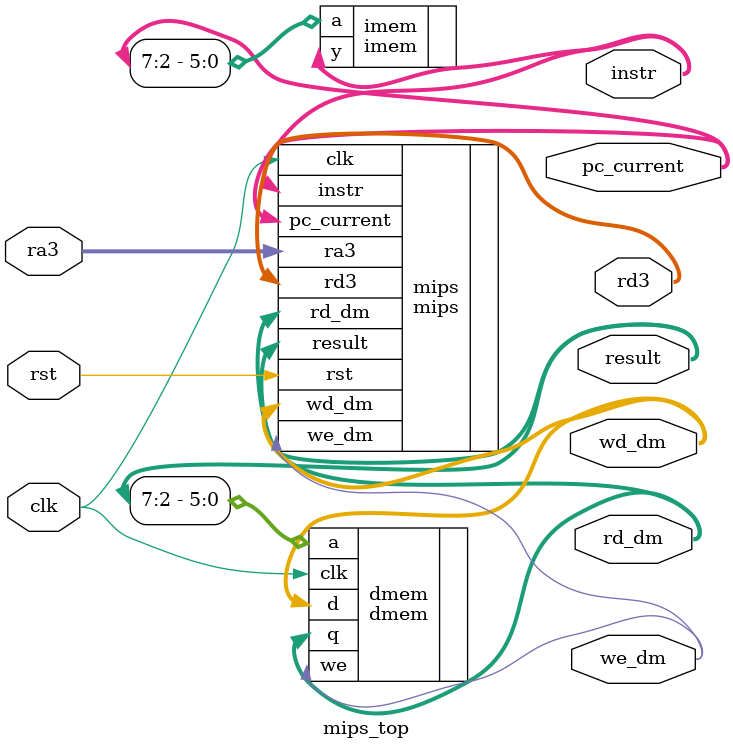
<source format=v>
module mips_top (
        input  wire        clk,
        input  wire        rst,
        input  wire [4:0]  ra3,
        output wire        we_dm,
        output wire [31:0] pc_current,
        output wire [31:0] instr,
        output wire [31:0] result,
        output wire [31:0] wd_dm,
        output wire [31:0] rd_dm,
        output wire [31:0] rd3
    );

    wire [31:0] DONT_USE;

    mips mips (
            .clk            (clk),
            .rst            (rst),
            .ra3            (ra3),
            .instr          (instr),
            .rd_dm          (rd_dm),
            .we_dm          (we_dm),
            .pc_current     (pc_current),
            .result         (result),
            .wd_dm          (wd_dm),
            .rd3            (rd3)
        );

    imem imem (
            .a              (pc_current[7:2]),
            .y              (instr)
        );

    dmem dmem (
            .clk            (clk),
            .we             (we_dm),
            .a              (result[7:2]),
            .d              (wd_dm),
            .q              (rd_dm)
        );

endmodule
</source>
